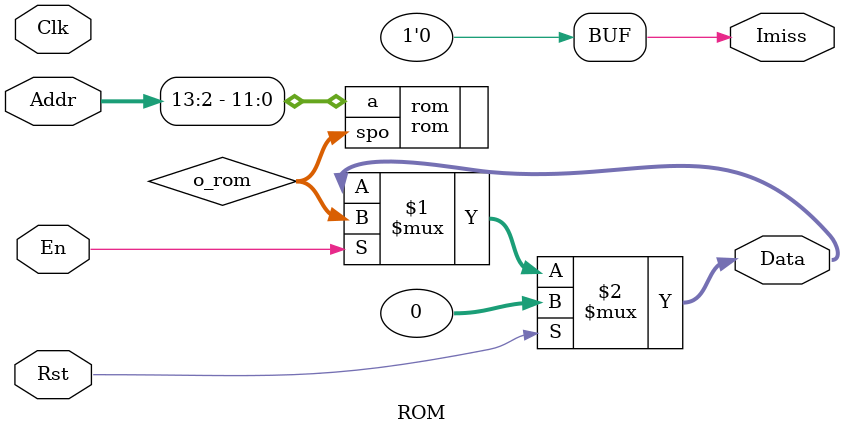
<source format=v>
`timescale 1ns / 1ps

module ROM(
    input Clk,
    input Rst,
    input En,
    input [31:0] Addr,
    output [31:0] Data,
    output Imiss 
);


wire [31:0] o_rom;
wire [5:0] Address_LSBs;


//assign Address_LSBs = Addr[5:0] / 32'h4;

rom rom(
    .a(Addr[13:2]),
    .spo(o_rom)
);
 
//reg [31:0] mem[255:0];

assign Data =   (Rst)     ?     0:  
                (En)      ?     o_rom: 
                                Data;
assign Imiss = 0;                          
/*initial
      $readmemh("v.out",mem);    // init memory
      */
endmodule

</source>
